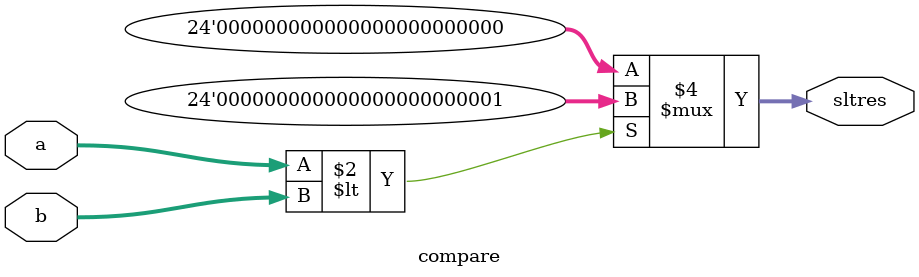
<source format=v>
`timescale 1ns / 1ps
module compare(input[23:0]a,b,output reg[23:0]sltres);
always@(*)
begin
if (a<b) sltres=24'b0 + 24'b1;
else sltres=24'b0;
end
endmodule

</source>
